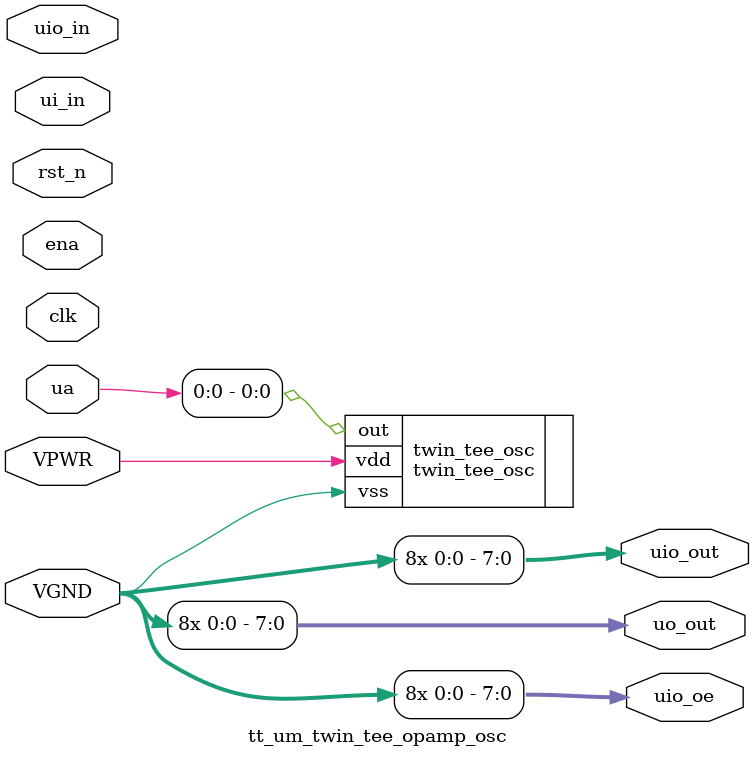
<source format=v>
/*
 * Copyright (c) 2024 Your Name
 * SPDX-License-Identifier: Apache-2.0
 */

`default_nettype none

module tt_um_twin_tee_opamp_osc (
    input  wire       VGND,
    input  wire       VPWR,
    input  wire [7:0] ui_in,    // Dedicated inputs
    output wire [7:0] uo_out,   // Dedicated outputs
    input  wire [7:0] uio_in,   // IOs: Input path
    output wire [7:0] uio_out,  // IOs: Output path
    output wire [7:0] uio_oe,   // IOs: Enable path (active high: 0=input, 1=output)
    inout  wire [7:0] ua,       // Analog pins, only ua[5:0] can be used
    input  wire       ena,      // always 1 when the design is powered, so you can ignore it
    input  wire       clk,      // clock
    input  wire       rst_n     // reset_n - low to reset
);

    twin_tee_osc twin_tee_osc(
        .out(ua[0]),
        .vdd(VPWR),
        .vss(VGND)
        );

    // ties for the output enables
    assign uo_out[0] = VGND;
    assign uo_out[1] = VGND;
    assign uo_out[2] = VGND;
    assign uo_out[3] = VGND;
    assign uo_out[4] = VGND;
    assign uo_out[5] = VGND;
    assign uo_out[6] = VGND;
    assign uo_out[7] = VGND;

    assign uio_out[0] = VGND;
    assign uio_out[1] = VGND;
    assign uio_out[2] = VGND;
    assign uio_out[3] = VGND;
    assign uio_out[4] = VGND;
    assign uio_out[5] = VGND;
    assign uio_out[6] = VGND;
    assign uio_out[7] = VGND;

    assign uio_oe[0] = VGND;
    assign uio_oe[1] = VGND;
    assign uio_oe[2] = VGND;
    assign uio_oe[3] = VGND;
    assign uio_oe[4] = VGND;
    assign uio_oe[5] = VGND;
    assign uio_oe[6] = VGND;
    assign uio_oe[7] = VGND;

endmodule

</source>
